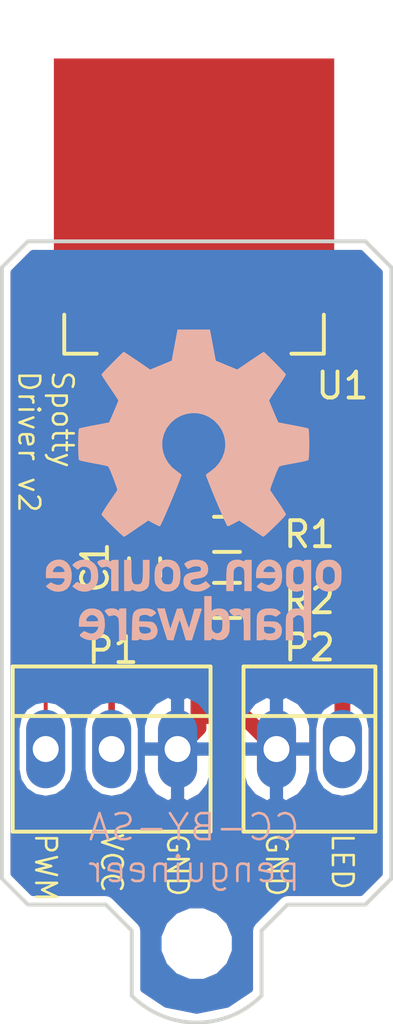
<source format=kicad_pcb>
(kicad_pcb (version 4) (host pcbnew 4.0.5+dfsg1-4~bpo8+1)

  (general
    (links 12)
    (no_connects 0)
    (area 144.924999 76.924999 160.075001 107.110535)
    (thickness 1.6)
    (drawings 21)
    (tracks 25)
    (zones 0)
    (modules 8)
    (nets 6)
  )

  (page A4)
  (layers
    (0 F.Cu signal)
    (31 B.Cu signal)
    (32 B.Adhes user)
    (33 F.Adhes user)
    (34 B.Paste user)
    (35 F.Paste user)
    (36 B.SilkS user)
    (37 F.SilkS user)
    (38 B.Mask user)
    (39 F.Mask user)
    (40 Dwgs.User user)
    (41 Cmts.User user)
    (42 Eco1.User user)
    (43 Eco2.User user)
    (44 Edge.Cuts user)
    (45 Margin user)
    (46 B.CrtYd user)
    (47 F.CrtYd user)
    (48 B.Fab user)
    (49 F.Fab user)
  )

  (setup
    (last_trace_width 0.1524)
    (trace_clearance 0.1524)
    (zone_clearance 0.254)
    (zone_45_only yes)
    (trace_min 0.1524)
    (segment_width 0.2)
    (edge_width 0.15)
    (via_size 0.6858)
    (via_drill 0.3302)
    (via_min_size 0.6858)
    (via_min_drill 0.3302)
    (uvia_size 0.762)
    (uvia_drill 0.508)
    (uvias_allowed no)
    (uvia_min_size 0)
    (uvia_min_drill 0)
    (pcb_text_width 0.3)
    (pcb_text_size 1.5 1.5)
    (mod_edge_width 0.15)
    (mod_text_size 1 1)
    (mod_text_width 0.15)
    (pad_size 1.524 1.524)
    (pad_drill 0.762)
    (pad_to_mask_clearance 0.2)
    (aux_axis_origin 0 0)
    (visible_elements FFFFFF7F)
    (pcbplotparams
      (layerselection 0x00030_80000001)
      (usegerberextensions false)
      (excludeedgelayer true)
      (linewidth 0.100000)
      (plotframeref false)
      (viasonmask false)
      (mode 1)
      (useauxorigin false)
      (hpglpennumber 1)
      (hpglpenspeed 20)
      (hpglpendiameter 15)
      (hpglpenoverlay 2)
      (psnegative false)
      (psa4output false)
      (plotreference true)
      (plotvalue true)
      (plotinvisibletext false)
      (padsonsilk false)
      (subtractmaskfromsilk false)
      (outputformat 1)
      (mirror false)
      (drillshape 1)
      (scaleselection 1)
      (outputdirectory ""))
  )

  (net 0 "")
  (net 1 VCC)
  (net 2 GND)
  (net 3 PWM)
  (net 4 LED)
  (net 5 "Net-(R1-Pad1)")

  (net_class Default "This is the default net class."
    (clearance 0.1524)
    (trace_width 0.1524)
    (via_dia 0.6858)
    (via_drill 0.3302)
    (uvia_dia 0.762)
    (uvia_drill 0.508)
    (add_net "Net-(R1-Pad1)")
    (add_net PWM)
  )

  (net_class LED_PWR ""
    (clearance 0.2032)
    (trace_width 0.6096)
    (via_dia 0.6858)
    (via_drill 0.3302)
    (uvia_dia 0.762)
    (uvia_drill 0.508)
    (add_net GND)
    (add_net LED)
  )

  (net_class VCC ""
    (clearance 0.2032)
    (trace_width 0.254)
    (via_dia 0.6858)
    (via_drill 0.3302)
    (uvia_dia 0.762)
    (uvia_drill 0.508)
    (add_net VCC)
  )

  (module Capacitors_SMD:C_0603_HandSoldering (layer F.Cu) (tedit 59340668) (tstamp 5935409F)
    (at 150.495 89.535 270)
    (descr "Capacitor SMD 0603, hand soldering")
    (tags "capacitor 0603")
    (path /5933F13E)
    (attr smd)
    (fp_text reference C1 (at 0 1.905 270) (layer F.SilkS)
      (effects (font (size 1 1) (thickness 0.15)))
    )
    (fp_text value 100n (at 0 1.9 270) (layer F.Fab)
      (effects (font (size 1 1) (thickness 0.15)))
    )
    (fp_line (start -0.8 0.4) (end -0.8 -0.4) (layer F.Fab) (width 0.15))
    (fp_line (start 0.8 0.4) (end -0.8 0.4) (layer F.Fab) (width 0.15))
    (fp_line (start 0.8 -0.4) (end 0.8 0.4) (layer F.Fab) (width 0.15))
    (fp_line (start -0.8 -0.4) (end 0.8 -0.4) (layer F.Fab) (width 0.15))
    (fp_line (start -1.85 -0.75) (end 1.85 -0.75) (layer F.CrtYd) (width 0.05))
    (fp_line (start -1.85 0.75) (end 1.85 0.75) (layer F.CrtYd) (width 0.05))
    (fp_line (start -1.85 -0.75) (end -1.85 0.75) (layer F.CrtYd) (width 0.05))
    (fp_line (start 1.85 -0.75) (end 1.85 0.75) (layer F.CrtYd) (width 0.05))
    (fp_line (start -0.35 -0.6) (end 0.35 -0.6) (layer F.SilkS) (width 0.15))
    (fp_line (start 0.35 0.6) (end -0.35 0.6) (layer F.SilkS) (width 0.15))
    (pad 1 smd rect (at -0.95 0 270) (size 1.2 0.75) (layers F.Cu F.Paste F.Mask)
      (net 1 VCC))
    (pad 2 smd rect (at 0.95 0 270) (size 1.2 0.75) (layers F.Cu F.Paste F.Mask)
      (net 2 GND))
    (model Capacitors_SMD.3dshapes/C_0603_HandSoldering.wrl
      (at (xyz 0 0 0))
      (scale (xyz 1 1 1))
      (rotate (xyz 0 0 0))
    )
  )

  (module Connect:PINHEAD1-3 (layer F.Cu) (tedit 59340C41) (tstamp 593540AB)
    (at 149.225 96.52)
    (path /593413B8)
    (attr virtual)
    (fp_text reference P1 (at 0.05 -3.8) (layer F.SilkS)
      (effects (font (size 1 1) (thickness 0.15)))
    )
    (fp_text value CONN_01X03 (at 0 3.81) (layer F.Fab) hide
      (effects (font (size 1 1) (thickness 0.15)))
    )
    (fp_line (start -3.81 -3.175) (end -3.81 3.175) (layer F.SilkS) (width 0.15))
    (fp_line (start 3.81 -3.175) (end 3.81 3.175) (layer F.SilkS) (width 0.15))
    (fp_line (start 3.81 -1.27) (end -3.81 -1.27) (layer F.SilkS) (width 0.15))
    (fp_line (start -3.81 -3.175) (end 3.81 -3.175) (layer F.SilkS) (width 0.15))
    (fp_line (start 3.81 3.175) (end -3.81 3.175) (layer F.SilkS) (width 0.15))
    (pad 1 thru_hole oval (at -2.54 0) (size 1.50622 3.01498) (drill 0.99822) (layers *.Cu *.Mask)
      (net 3 PWM))
    (pad 2 thru_hole oval (at 0 0) (size 1.50622 3.01498) (drill 0.99822) (layers *.Cu *.Mask)
      (net 1 VCC))
    (pad 3 thru_hole oval (at 2.54 0) (size 1.50622 3.01498) (drill 0.99822) (layers *.Cu *.Mask)
      (net 2 GND))
  )

  (module Resistors_SMD:R_0603_HandSoldering (layer F.Cu) (tedit 593404AE) (tstamp 59354116)
    (at 153.67 88.265 180)
    (descr "Resistor SMD 0603, hand soldering")
    (tags "resistor 0603")
    (path /5933F029)
    (attr smd)
    (fp_text reference R1 (at -3.175 0 180) (layer F.SilkS)
      (effects (font (size 1 1) (thickness 0.15)))
    )
    (fp_text value 1K (at 0 1.9 180) (layer F.Fab)
      (effects (font (size 1 1) (thickness 0.15)))
    )
    (fp_line (start -0.8 0.4) (end -0.8 -0.4) (layer F.Fab) (width 0.1))
    (fp_line (start 0.8 0.4) (end -0.8 0.4) (layer F.Fab) (width 0.1))
    (fp_line (start 0.8 -0.4) (end 0.8 0.4) (layer F.Fab) (width 0.1))
    (fp_line (start -0.8 -0.4) (end 0.8 -0.4) (layer F.Fab) (width 0.1))
    (fp_line (start -2 -0.8) (end 2 -0.8) (layer F.CrtYd) (width 0.05))
    (fp_line (start -2 0.8) (end 2 0.8) (layer F.CrtYd) (width 0.05))
    (fp_line (start -2 -0.8) (end -2 0.8) (layer F.CrtYd) (width 0.05))
    (fp_line (start 2 -0.8) (end 2 0.8) (layer F.CrtYd) (width 0.05))
    (fp_line (start 0.5 0.675) (end -0.5 0.675) (layer F.SilkS) (width 0.15))
    (fp_line (start -0.5 -0.675) (end 0.5 -0.675) (layer F.SilkS) (width 0.15))
    (pad 1 smd rect (at -1.1 0 180) (size 1.2 0.9) (layers F.Cu F.Paste F.Mask)
      (net 5 "Net-(R1-Pad1)"))
    (pad 2 smd rect (at 1.1 0 180) (size 1.2 0.9) (layers F.Cu F.Paste F.Mask)
      (net 2 GND))
    (model Resistors_SMD.3dshapes/R_0603_HandSoldering.wrl
      (at (xyz 0 0 0))
      (scale (xyz 1 1 1))
      (rotate (xyz 0 0 0))
    )
  )

  (module Resistors_SMD:R_0603_HandSoldering (layer F.Cu) (tedit 593404B1) (tstamp 59354126)
    (at 153.67 90.805 180)
    (descr "Resistor SMD 0603, hand soldering")
    (tags "resistor 0603")
    (path /5933EFE4)
    (attr smd)
    (fp_text reference R2 (at -3.175 0 180) (layer F.SilkS)
      (effects (font (size 1 1) (thickness 0.15)))
    )
    (fp_text value 1.2K (at 0 1.9 180) (layer F.Fab)
      (effects (font (size 1 1) (thickness 0.15)))
    )
    (fp_line (start -0.8 0.4) (end -0.8 -0.4) (layer F.Fab) (width 0.1))
    (fp_line (start 0.8 0.4) (end -0.8 0.4) (layer F.Fab) (width 0.1))
    (fp_line (start 0.8 -0.4) (end 0.8 0.4) (layer F.Fab) (width 0.1))
    (fp_line (start -0.8 -0.4) (end 0.8 -0.4) (layer F.Fab) (width 0.1))
    (fp_line (start -2 -0.8) (end 2 -0.8) (layer F.CrtYd) (width 0.05))
    (fp_line (start -2 0.8) (end 2 0.8) (layer F.CrtYd) (width 0.05))
    (fp_line (start -2 -0.8) (end -2 0.8) (layer F.CrtYd) (width 0.05))
    (fp_line (start 2 -0.8) (end 2 0.8) (layer F.CrtYd) (width 0.05))
    (fp_line (start 0.5 0.675) (end -0.5 0.675) (layer F.SilkS) (width 0.15))
    (fp_line (start -0.5 -0.675) (end 0.5 -0.675) (layer F.SilkS) (width 0.15))
    (pad 1 smd rect (at -1.1 0 180) (size 1.2 0.9) (layers F.Cu F.Paste F.Mask)
      (net 5 "Net-(R1-Pad1)"))
    (pad 2 smd rect (at 1.1 0 180) (size 1.2 0.9) (layers F.Cu F.Paste F.Mask)
      (net 2 GND))
    (model Resistors_SMD.3dshapes/R_0603_HandSoldering.wrl
      (at (xyz 0 0 0))
      (scale (xyz 1 1 1))
      (rotate (xyz 0 0 0))
    )
  )

  (module TO_SOT_Packages_SMD:TO-263-5Lead (layer F.Cu) (tedit 593414A5) (tstamp 59354138)
    (at 152.4 83.82 90)
    (descr "D2PAK / TO-263 3-lead smd package")
    (tags "D2PAK D2PAK-3 TO-263AB TO-263")
    (path /5933EEA8)
    (attr smd)
    (fp_text reference U1 (at 1.27 5.715 180) (layer F.SilkS)
      (effects (font (size 1 1) (thickness 0.15)))
    )
    (fp_text value CAT4101 (at 15.25 -0.25 180) (layer F.Fab)
      (effects (font (size 1 1) (thickness 0.15)))
    )
    (fp_line (start 14.1 5.65) (end -2.55 5.65) (layer F.CrtYd) (width 0.05))
    (fp_line (start 14.1 -5.65) (end 14.1 5.65) (layer F.CrtYd) (width 0.05))
    (fp_line (start 14.1 -5.65) (end -2.55 -5.65) (layer F.CrtYd) (width 0.05))
    (fp_line (start -2.55 -5.65) (end -2.55 5.65) (layer F.CrtYd) (width 0.05))
    (fp_line (start 2.5 5) (end 2.5 3.75) (layer F.SilkS) (width 0.15))
    (fp_line (start 2.5 5) (end 4 5) (layer F.SilkS) (width 0.15))
    (fp_line (start 2.5 -5) (end 4 -5) (layer F.SilkS) (width 0.15))
    (fp_line (start 2.5 -5) (end 2.5 -3.75) (layer F.SilkS) (width 0.15))
    (pad 5 smd rect (at 0 3.4 90) (size 4.6 1.1) (layers F.Cu F.Paste F.Mask)
      (net 4 LED))
    (pad 4 smd rect (at 0 1.7 90) (size 4.6 1.1) (layers F.Cu F.Paste F.Mask)
      (net 5 "Net-(R1-Pad1)"))
    (pad 2 smd rect (at 0 -1.7 90) (size 4.6 1.1) (layers F.Cu F.Paste F.Mask)
      (net 1 VCC))
    (pad 3 smd rect (at 9.15 0 90) (size 9.4 10.8) (layers F.Cu F.Paste F.Mask)
      (net 2 GND))
    (pad 3 smd rect (at 0 0 90) (size 4.6 1.1) (layers F.Cu F.Paste F.Mask)
      (net 2 GND))
    (pad 1 smd rect (at 0 -3.4 90) (size 4.6 1.1) (layers F.Cu F.Paste F.Mask)
      (net 3 PWM))
    (model TO_SOT_Packages_SMD.3dshapes/TO-263-5Lead.wrl
      (at (xyz 0 0 0))
      (scale (xyz 1 1 1))
      (rotate (xyz 0 0 90))
    )
  )

  (module Connect:PINHEAD1-2 (layer F.Cu) (tedit 59340C44) (tstamp 59355960)
    (at 156.845 96.52)
    (path /593405E6)
    (attr virtual)
    (fp_text reference P2 (at 0 -3.9) (layer F.SilkS)
      (effects (font (size 1 1) (thickness 0.15)))
    )
    (fp_text value CONN_01X02 (at 0 3.81) (layer F.Fab) hide
      (effects (font (size 1 1) (thickness 0.15)))
    )
    (fp_line (start 2.54 -1.27) (end -2.54 -1.27) (layer F.SilkS) (width 0.15))
    (fp_line (start 2.54 3.175) (end -2.54 3.175) (layer F.SilkS) (width 0.15))
    (fp_line (start -2.54 -3.175) (end 2.54 -3.175) (layer F.SilkS) (width 0.15))
    (fp_line (start -2.54 -3.175) (end -2.54 3.175) (layer F.SilkS) (width 0.15))
    (fp_line (start 2.54 -3.175) (end 2.54 3.175) (layer F.SilkS) (width 0.15))
    (pad 1 thru_hole oval (at -1.27 0) (size 1.50622 3.01498) (drill 0.99822) (layers *.Cu *.Mask)
      (net 2 GND))
    (pad 2 thru_hole oval (at 1.27 0) (size 1.50622 3.01498) (drill 0.99822) (layers *.Cu *.Mask)
      (net 4 LED))
  )

  (module Mounting_Holes:MountingHole_2.2mm_M2 (layer F.Cu) (tedit 59340C48) (tstamp 5935738E)
    (at 152.5 104)
    (descr "Mounting Hole 2.2mm, no annular, M2")
    (tags "mounting hole 2.2mm no annular m2")
    (fp_text reference REF** (at 0 -3.2) (layer F.SilkS) hide
      (effects (font (size 1 1) (thickness 0.15)))
    )
    (fp_text value MountingHole_2.2mm_M2 (at 0 3.2) (layer F.Fab) hide
      (effects (font (size 1 1) (thickness 0.15)))
    )
    (fp_circle (center 0 0) (end 2.2 0) (layer Cmts.User) (width 0.15))
    (fp_circle (center 0 0) (end 2.45 0) (layer F.CrtYd) (width 0.05))
    (pad 1 np_thru_hole circle (at 0 0) (size 2.2 2.2) (drill 2.2) (layers *.Cu *.Mask))
  )

  (module Symbols:OSHW-Logo_11.4x12mm_SilkScreen (layer B.Cu) (tedit 0) (tstamp 5935891E)
    (at 152.4 86.36 180)
    (descr "Open Source Hardware Logo")
    (tags "Logo OSHW")
    (attr virtual)
    (fp_text reference REF*** (at 0 0 180) (layer B.SilkS) hide
      (effects (font (size 1 1) (thickness 0.15)) (justify mirror))
    )
    (fp_text value OSHW-Logo_11.4x12mm_SilkScreen (at 0.75 0 180) (layer B.Fab) hide
      (effects (font (size 1 1) (thickness 0.15)) (justify mirror))
    )
    (fp_poly (pts (xy -3.780091 -2.90956) (xy -3.727588 -2.935499) (xy -3.662842 -2.9807) (xy -3.615653 -3.029991)
      (xy -3.583335 -3.091885) (xy -3.563203 -3.174896) (xy -3.55257 -3.287538) (xy -3.548753 -3.438324)
      (xy -3.54853 -3.503149) (xy -3.549182 -3.645221) (xy -3.551888 -3.746757) (xy -3.557776 -3.817015)
      (xy -3.567973 -3.865256) (xy -3.583606 -3.900738) (xy -3.599872 -3.924943) (xy -3.703705 -4.027929)
      (xy -3.825979 -4.089874) (xy -3.957886 -4.108506) (xy -4.090616 -4.081549) (xy -4.132667 -4.062486)
      (xy -4.233334 -4.010015) (xy -4.233334 -4.832259) (xy -4.159865 -4.794267) (xy -4.063059 -4.764872)
      (xy -3.944072 -4.757342) (xy -3.825255 -4.771245) (xy -3.735527 -4.802476) (xy -3.661101 -4.861954)
      (xy -3.59751 -4.947066) (xy -3.592729 -4.955805) (xy -3.572563 -4.996966) (xy -3.557835 -5.038454)
      (xy -3.547697 -5.088713) (xy -3.541301 -5.156184) (xy -3.537799 -5.249309) (xy -3.536342 -5.376531)
      (xy -3.536079 -5.519701) (xy -3.536079 -5.976471) (xy -3.81 -5.976471) (xy -3.81 -5.134231)
      (xy -3.886617 -5.069763) (xy -3.966207 -5.018194) (xy -4.041578 -5.008818) (xy -4.117367 -5.032947)
      (xy -4.157759 -5.056574) (xy -4.187821 -5.090227) (xy -4.209203 -5.141087) (xy -4.22355 -5.216334)
      (xy -4.23251 -5.323146) (xy -4.23773 -5.468704) (xy -4.239569 -5.565588) (xy -4.245785 -5.96402)
      (xy -4.37652 -5.971547) (xy -4.507255 -5.979073) (xy -4.507255 -3.506582) (xy -4.233334 -3.506582)
      (xy -4.22635 -3.644423) (xy -4.202818 -3.740107) (xy -4.158865 -3.799641) (xy -4.090618 -3.829029)
      (xy -4.021667 -3.834902) (xy -3.943614 -3.828154) (xy -3.891811 -3.801594) (xy -3.859417 -3.766499)
      (xy -3.833916 -3.728752) (xy -3.818735 -3.6867) (xy -3.811981 -3.627779) (xy -3.811759 -3.539428)
      (xy -3.814032 -3.465448) (xy -3.819251 -3.354) (xy -3.827021 -3.280833) (xy -3.840105 -3.234422)
      (xy -3.861268 -3.203244) (xy -3.88124 -3.185223) (xy -3.964686 -3.145925) (xy -4.063449 -3.139579)
      (xy -4.120159 -3.153116) (xy -4.176308 -3.201233) (xy -4.213501 -3.294833) (xy -4.231528 -3.433254)
      (xy -4.233334 -3.506582) (xy -4.507255 -3.506582) (xy -4.507255 -2.888628) (xy -4.370295 -2.888628)
      (xy -4.288065 -2.891879) (xy -4.24564 -2.903426) (xy -4.233339 -2.925952) (xy -4.233334 -2.92662)
      (xy -4.227626 -2.948681) (xy -4.202453 -2.946176) (xy -4.152402 -2.921935) (xy -4.035781 -2.884851)
      (xy -3.904571 -2.880953) (xy -3.780091 -2.90956)) (layer B.SilkS) (width 0.01))
    (fp_poly (pts (xy -2.74128 -4.765922) (xy -2.62413 -4.79718) (xy -2.534949 -4.853837) (xy -2.472016 -4.928045)
      (xy -2.452452 -4.959716) (xy -2.438008 -4.992891) (xy -2.427911 -5.035329) (xy -2.421385 -5.094788)
      (xy -2.417658 -5.179029) (xy -2.415954 -5.29581) (xy -2.4155 -5.45289) (xy -2.415491 -5.494565)
      (xy -2.415491 -5.976471) (xy -2.53502 -5.976471) (xy -2.611261 -5.971131) (xy -2.667634 -5.957604)
      (xy -2.681758 -5.949262) (xy -2.72037 -5.934864) (xy -2.759808 -5.949262) (xy -2.824738 -5.967237)
      (xy -2.919055 -5.974472) (xy -3.023593 -5.971333) (xy -3.119189 -5.958186) (xy -3.175 -5.941318)
      (xy -3.283002 -5.871986) (xy -3.350497 -5.775772) (xy -3.380841 -5.647844) (xy -3.381123 -5.644559)
      (xy -3.37846 -5.587808) (xy -3.137647 -5.587808) (xy -3.116595 -5.652358) (xy -3.082303 -5.688686)
      (xy -3.013468 -5.716162) (xy -2.92261 -5.727129) (xy -2.829958 -5.721731) (xy -2.755744 -5.70011)
      (xy -2.734951 -5.686239) (xy -2.698619 -5.622143) (xy -2.689412 -5.549278) (xy -2.689412 -5.45353)
      (xy -2.827173 -5.45353) (xy -2.958047 -5.463605) (xy -3.057259 -5.492148) (xy -3.118977 -5.536639)
      (xy -3.137647 -5.587808) (xy -3.37846 -5.587808) (xy -3.374564 -5.50479) (xy -3.328466 -5.394282)
      (xy -3.2418 -5.310712) (xy -3.229821 -5.30311) (xy -3.178345 -5.278357) (xy -3.114632 -5.263368)
      (xy -3.025565 -5.256082) (xy -2.919755 -5.254407) (xy -2.689412 -5.254314) (xy -2.689412 -5.157755)
      (xy -2.699183 -5.082836) (xy -2.724116 -5.032644) (xy -2.727035 -5.029972) (xy -2.782519 -5.008015)
      (xy -2.866273 -4.999505) (xy -2.958833 -5.003687) (xy -3.04073 -5.019809) (xy -3.089327 -5.04399)
      (xy -3.115659 -5.063359) (xy -3.143465 -5.067057) (xy -3.181839 -5.051188) (xy -3.239875 -5.011855)
      (xy -3.326669 -4.945164) (xy -3.334635 -4.938916) (xy -3.330553 -4.9158) (xy -3.296499 -4.877352)
      (xy -3.24474 -4.834627) (xy -3.187545 -4.798679) (xy -3.169575 -4.790191) (xy -3.104028 -4.773252)
      (xy -3.00798 -4.76117) (xy -2.900671 -4.756323) (xy -2.895653 -4.756313) (xy -2.74128 -4.765922)) (layer B.SilkS) (width 0.01))
    (fp_poly (pts (xy -1.967236 -4.758921) (xy -1.92997 -4.770091) (xy -1.917957 -4.794633) (xy -1.917451 -4.805712)
      (xy -1.915296 -4.836572) (xy -1.900449 -4.841417) (xy -1.860343 -4.82026) (xy -1.83652 -4.805806)
      (xy -1.761362 -4.77485) (xy -1.671594 -4.759544) (xy -1.577471 -4.758367) (xy -1.489246 -4.769799)
      (xy -1.417174 -4.79232) (xy -1.371508 -4.824409) (xy -1.362502 -4.864545) (xy -1.367047 -4.875415)
      (xy -1.400179 -4.920534) (xy -1.451555 -4.976026) (xy -1.460848 -4.984996) (xy -1.509818 -5.026245)
      (xy -1.552069 -5.039572) (xy -1.611159 -5.030271) (xy -1.634831 -5.02409) (xy -1.708496 -5.009246)
      (xy -1.76029 -5.015921) (xy -1.804031 -5.039465) (xy -1.844098 -5.071061) (xy -1.873608 -5.110798)
      (xy -1.894116 -5.166252) (xy -1.907176 -5.245003) (xy -1.914344 -5.354629) (xy -1.917176 -5.502706)
      (xy -1.917451 -5.592111) (xy -1.917451 -5.976471) (xy -2.166471 -5.976471) (xy -2.166471 -4.756275)
      (xy -2.041961 -4.756275) (xy -1.967236 -4.758921)) (layer B.SilkS) (width 0.01))
    (fp_poly (pts (xy -0.398432 -5.976471) (xy -0.535393 -5.976471) (xy -0.614889 -5.97414) (xy -0.656292 -5.964488)
      (xy -0.671199 -5.943525) (xy -0.672353 -5.929351) (xy -0.674867 -5.900927) (xy -0.69072 -5.895475)
      (xy -0.732379 -5.912998) (xy -0.764776 -5.929351) (xy -0.889151 -5.968103) (xy -1.024354 -5.970346)
      (xy -1.134274 -5.941444) (xy -1.236634 -5.871619) (xy -1.31466 -5.768555) (xy -1.357386 -5.646989)
      (xy -1.358474 -5.640192) (xy -1.364822 -5.566032) (xy -1.367979 -5.45957) (xy -1.367725 -5.379052)
      (xy -1.095711 -5.379052) (xy -1.08941 -5.48607) (xy -1.075075 -5.574278) (xy -1.055669 -5.62409)
      (xy -0.982254 -5.692162) (xy -0.895086 -5.716564) (xy -0.805196 -5.696831) (xy -0.728383 -5.637968)
      (xy -0.699292 -5.598379) (xy -0.682283 -5.551138) (xy -0.674316 -5.482181) (xy -0.672353 -5.378607)
      (xy -0.675866 -5.276039) (xy -0.685143 -5.185921) (xy -0.698294 -5.125613) (xy -0.700486 -5.120208)
      (xy -0.753522 -5.05594) (xy -0.830933 -5.020656) (xy -0.917546 -5.014959) (xy -0.998193 -5.039453)
      (xy -1.057703 -5.094742) (xy -1.063876 -5.105743) (xy -1.083199 -5.172827) (xy -1.093726 -5.269284)
      (xy -1.095711 -5.379052) (xy -1.367725 -5.379052) (xy -1.367596 -5.338225) (xy -1.365806 -5.272918)
      (xy -1.353627 -5.111355) (xy -1.328315 -4.990053) (xy -1.286207 -4.900379) (xy -1.223641 -4.833699)
      (xy -1.1629 -4.794557) (xy -1.078036 -4.76704) (xy -0.972485 -4.757603) (xy -0.864402 -4.76529)
      (xy -0.771942 -4.789146) (xy -0.72309 -4.817685) (xy -0.672353 -4.863601) (xy -0.672353 -4.283137)
      (xy -0.398432 -4.283137) (xy -0.398432 -5.976471)) (layer B.SilkS) (width 0.01))
    (fp_poly (pts (xy 0.557528 -4.761332) (xy 0.656014 -4.768726) (xy 0.784776 -5.154706) (xy 0.913537 -5.540686)
      (xy 0.953911 -5.403726) (xy 0.978207 -5.319083) (xy 1.010167 -5.204697) (xy 1.044679 -5.078963)
      (xy 1.062928 -5.01152) (xy 1.131571 -4.756275) (xy 1.414773 -4.756275) (xy 1.330122 -5.023971)
      (xy 1.288435 -5.155638) (xy 1.238074 -5.314458) (xy 1.185481 -5.480128) (xy 1.13853 -5.627843)
      (xy 1.031589 -5.96402) (xy 0.800661 -5.979044) (xy 0.73805 -5.772316) (xy 0.699438 -5.643896)
      (xy 0.6573 -5.502322) (xy 0.620472 -5.377285) (xy 0.619018 -5.372309) (xy 0.591511 -5.287586)
      (xy 0.567242 -5.229778) (xy 0.550243 -5.207918) (xy 0.54675 -5.210446) (xy 0.53449 -5.244336)
      (xy 0.511195 -5.31693) (xy 0.4797 -5.419101) (xy 0.442842 -5.54172) (xy 0.422899 -5.609167)
      (xy 0.314895 -5.976471) (xy 0.085679 -5.976471) (xy -0.097561 -5.3975) (xy -0.149037 -5.235091)
      (xy -0.19593 -5.087602) (xy -0.236023 -4.96196) (xy -0.267103 -4.865095) (xy -0.286955 -4.803934)
      (xy -0.292989 -4.786065) (xy -0.288212 -4.767768) (xy -0.250703 -4.759755) (xy -0.172645 -4.760557)
      (xy -0.160426 -4.761163) (xy -0.015674 -4.768726) (xy 0.07913 -5.117353) (xy 0.113977 -5.244497)
      (xy 0.145117 -5.356265) (xy 0.169809 -5.442953) (xy 0.185312 -5.494856) (xy 0.188176 -5.503318)
      (xy 0.200046 -5.493587) (xy 0.223983 -5.443172) (xy 0.257239 -5.358935) (xy 0.297064 -5.247741)
      (xy 0.33073 -5.147297) (xy 0.459041 -4.753939) (xy 0.557528 -4.761332)) (layer B.SilkS) (width 0.01))
    (fp_poly (pts (xy 2.056459 -4.763669) (xy 2.16142 -4.789163) (xy 2.191761 -4.802669) (xy 2.250573 -4.838046)
      (xy 2.295709 -4.87789) (xy 2.329106 -4.92912) (xy 2.352701 -4.998654) (xy 2.368433 -5.093409)
      (xy 2.378239 -5.220305) (xy 2.384057 -5.386258) (xy 2.386266 -5.497108) (xy 2.394396 -5.976471)
      (xy 2.255531 -5.976471) (xy 2.171287 -5.972938) (xy 2.127884 -5.960866) (xy 2.116666 -5.940594)
      (xy 2.110744 -5.918674) (xy 2.084266 -5.922865) (xy 2.048186 -5.940441) (xy 1.957862 -5.967382)
      (xy 1.841777 -5.974642) (xy 1.71968 -5.962767) (xy 1.611321 -5.932305) (xy 1.601602 -5.928077)
      (xy 1.502568 -5.858505) (xy 1.437281 -5.761789) (xy 1.40724 -5.648738) (xy 1.409535 -5.608122)
      (xy 1.654633 -5.608122) (xy 1.676229 -5.662782) (xy 1.740259 -5.701952) (xy 1.843565 -5.722974)
      (xy 1.898774 -5.725766) (xy 1.990782 -5.71862) (xy 2.051941 -5.690848) (xy 2.066862 -5.677647)
      (xy 2.107287 -5.605829) (xy 2.116666 -5.540686) (xy 2.116666 -5.45353) (xy 1.995269 -5.45353)
      (xy 1.854153 -5.460722) (xy 1.755173 -5.483345) (xy 1.692633 -5.522964) (xy 1.678631 -5.540628)
      (xy 1.654633 -5.608122) (xy 1.409535 -5.608122) (xy 1.413941 -5.530157) (xy 1.45888 -5.416855)
      (xy 1.520196 -5.340285) (xy 1.557332 -5.307181) (xy 1.593687 -5.285425) (xy 1.64099 -5.272161)
      (xy 1.710973 -5.264528) (xy 1.815364 -5.25967) (xy 1.85677 -5.258273) (xy 2.116666 -5.24978)
      (xy 2.116285 -5.171116) (xy 2.106219 -5.088428) (xy 2.069829 -5.038431) (xy 1.996311 -5.006489)
      (xy 1.994339 -5.00592) (xy 1.890105 -4.993361) (xy 1.788108 -5.009766) (xy 1.712305 -5.049657)
      (xy 1.68189 -5.069354) (xy 1.649132 -5.066629) (xy 1.598721 -5.038091) (xy 1.569119 -5.01795)
      (xy 1.511218 -4.974919) (xy 1.475352 -4.942662) (xy 1.469597 -4.933427) (xy 1.493295 -4.885636)
      (xy 1.563313 -4.828562) (xy 1.593725 -4.809305) (xy 1.681155 -4.77614) (xy 1.798983 -4.75735)
      (xy 1.929866 -4.753129) (xy 2.056459 -4.763669)) (layer B.SilkS) (width 0.01))
    (fp_poly (pts (xy 3.238446 -4.755883) (xy 3.334177 -4.774755) (xy 3.388677 -4.802699) (xy 3.446008 -4.849123)
      (xy 3.364441 -4.952111) (xy 3.31415 -5.014479) (xy 3.280001 -5.044907) (xy 3.246063 -5.049555)
      (xy 3.196406 -5.034586) (xy 3.173096 -5.026117) (xy 3.078063 -5.013622) (xy 2.991032 -5.040406)
      (xy 2.927138 -5.100915) (xy 2.916759 -5.120208) (xy 2.905456 -5.171314) (xy 2.896732 -5.2655)
      (xy 2.890997 -5.396089) (xy 2.88866 -5.556405) (xy 2.888627 -5.579211) (xy 2.888627 -5.976471)
      (xy 2.614705 -5.976471) (xy 2.614705 -4.756275) (xy 2.751666 -4.756275) (xy 2.830638 -4.758337)
      (xy 2.871779 -4.767513) (xy 2.886992 -4.78829) (xy 2.888627 -4.807886) (xy 2.888627 -4.859497)
      (xy 2.95424 -4.807886) (xy 3.029475 -4.772675) (xy 3.130544 -4.755265) (xy 3.238446 -4.755883)) (layer B.SilkS) (width 0.01))
    (fp_poly (pts (xy 4.025307 -4.762784) (xy 4.144337 -4.793731) (xy 4.244021 -4.8576) (xy 4.292288 -4.905313)
      (xy 4.371408 -5.018106) (xy 4.416752 -5.14895) (xy 4.43233 -5.309792) (xy 4.43241 -5.322794)
      (xy 4.432549 -5.45353) (xy 3.680091 -5.45353) (xy 3.69613 -5.52201) (xy 3.725091 -5.584031)
      (xy 3.775778 -5.648654) (xy 3.786379 -5.658971) (xy 3.877494 -5.714805) (xy 3.9814 -5.724275)
      (xy 4.101 -5.68754) (xy 4.121274 -5.677647) (xy 4.183456 -5.647574) (xy 4.225106 -5.63044)
      (xy 4.232373 -5.628855) (xy 4.25774 -5.644242) (xy 4.30612 -5.681887) (xy 4.330679 -5.702459)
      (xy 4.38157 -5.749714) (xy 4.398281 -5.780917) (xy 4.386683 -5.80962) (xy 4.380483 -5.817468)
      (xy 4.338493 -5.851819) (xy 4.269206 -5.893565) (xy 4.220882 -5.917935) (xy 4.083711 -5.960873)
      (xy 3.931847 -5.974786) (xy 3.788024 -5.9583) (xy 3.747745 -5.946496) (xy 3.623078 -5.879689)
      (xy 3.530671 -5.776892) (xy 3.46999 -5.637105) (xy 3.440498 -5.45933) (xy 3.43726 -5.366373)
      (xy 3.446714 -5.231033) (xy 3.68549 -5.231033) (xy 3.708584 -5.241038) (xy 3.770662 -5.248888)
      (xy 3.860914 -5.253521) (xy 3.922058 -5.254314) (xy 4.03204 -5.253549) (xy 4.101457 -5.24997)
      (xy 4.139538 -5.241649) (xy 4.155515 -5.226657) (xy 4.158627 -5.204903) (xy 4.137278 -5.137892)
      (xy 4.083529 -5.071664) (xy 4.012822 -5.020832) (xy 3.942089 -5.000038) (xy 3.846016 -5.018484)
      (xy 3.762849 -5.071811) (xy 3.705186 -5.148677) (xy 3.68549 -5.231033) (xy 3.446714 -5.231033)
      (xy 3.451028 -5.169291) (xy 3.49352 -5.012271) (xy 3.565635 -4.894069) (xy 3.668273 -4.81344)
      (xy 3.802332 -4.769139) (xy 3.874957 -4.760607) (xy 4.025307 -4.762784)) (layer B.SilkS) (width 0.01))
    (fp_poly (pts (xy -5.026753 -2.901568) (xy -4.896478 -2.959163) (xy -4.797581 -3.055334) (xy -4.729918 -3.190229)
      (xy -4.693345 -3.363996) (xy -4.690724 -3.391126) (xy -4.68867 -3.582408) (xy -4.715301 -3.750073)
      (xy -4.768999 -3.885967) (xy -4.797753 -3.929681) (xy -4.897909 -4.022198) (xy -5.025463 -4.082119)
      (xy -5.168163 -4.106985) (xy -5.31376 -4.094339) (xy -5.424438 -4.055391) (xy -5.519616 -3.989755)
      (xy -5.597406 -3.903699) (xy -5.598751 -3.901685) (xy -5.630343 -3.84857) (xy -5.650873 -3.79516)
      (xy -5.663305 -3.727754) (xy -5.670603 -3.632653) (xy -5.673818 -3.554666) (xy -5.675156 -3.483944)
      (xy -5.426186 -3.483944) (xy -5.423753 -3.554348) (xy -5.41492 -3.648068) (xy -5.399336 -3.708214)
      (xy -5.371234 -3.751006) (xy -5.344914 -3.776002) (xy -5.251608 -3.828338) (xy -5.15398 -3.835333)
      (xy -5.063058 -3.797676) (xy -5.017598 -3.755479) (xy -4.984838 -3.712956) (xy -4.965677 -3.672267)
      (xy -4.957267 -3.619314) (xy -4.956763 -3.539997) (xy -4.959355 -3.46695) (xy -4.964929 -3.362601)
      (xy -4.973766 -3.29492) (xy -4.989693 -3.250774) (xy -5.016538 -3.217031) (xy -5.037811 -3.197746)
      (xy -5.126794 -3.147086) (xy -5.222789 -3.14456) (xy -5.303281 -3.174567) (xy -5.371947 -3.237231)
      (xy -5.412856 -3.340168) (xy -5.426186 -3.483944) (xy -5.675156 -3.483944) (xy -5.676754 -3.399582)
      (xy -5.67174 -3.2836) (xy -5.656717 -3.196367) (xy -5.629624 -3.12753) (xy -5.5884 -3.066737)
      (xy -5.573115 -3.048686) (xy -5.477546 -2.958746) (xy -5.375039 -2.906211) (xy -5.249679 -2.884201)
      (xy -5.18855 -2.882402) (xy -5.026753 -2.901568)) (layer B.SilkS) (width 0.01))
    (fp_poly (pts (xy -2.686796 -2.916354) (xy -2.661981 -2.928037) (xy -2.576094 -2.990951) (xy -2.494879 -3.082769)
      (xy -2.434236 -3.183868) (xy -2.416988 -3.230349) (xy -2.401251 -3.313376) (xy -2.391867 -3.413713)
      (xy -2.390728 -3.455147) (xy -2.390589 -3.585882) (xy -3.143047 -3.585882) (xy -3.127007 -3.654363)
      (xy -3.087637 -3.735355) (xy -3.018806 -3.805351) (xy -2.936919 -3.850441) (xy -2.884737 -3.859804)
      (xy -2.813971 -3.848441) (xy -2.72954 -3.819943) (xy -2.700858 -3.806831) (xy -2.594791 -3.753858)
      (xy -2.504272 -3.822901) (xy -2.452039 -3.869597) (xy -2.424247 -3.90814) (xy -2.42284 -3.919452)
      (xy -2.447668 -3.946868) (xy -2.502083 -3.988532) (xy -2.551472 -4.021037) (xy -2.684748 -4.079468)
      (xy -2.834161 -4.105915) (xy -2.982249 -4.099039) (xy -3.100295 -4.063096) (xy -3.221982 -3.986101)
      (xy -3.30846 -3.884728) (xy -3.362559 -3.75357) (xy -3.387109 -3.587224) (xy -3.389286 -3.511108)
      (xy -3.380573 -3.336685) (xy -3.379503 -3.331611) (xy -3.130173 -3.331611) (xy -3.123306 -3.347968)
      (xy -3.095083 -3.356988) (xy -3.036873 -3.360854) (xy -2.940042 -3.361749) (xy -2.902757 -3.361765)
      (xy -2.789317 -3.360413) (xy -2.717378 -3.355505) (xy -2.678687 -3.34576) (xy -2.664995 -3.329899)
      (xy -2.66451 -3.324805) (xy -2.680137 -3.284326) (xy -2.719247 -3.227621) (xy -2.736061 -3.207766)
      (xy -2.798481 -3.151611) (xy -2.863547 -3.129532) (xy -2.898603 -3.127686) (xy -2.993442 -3.150766)
      (xy -3.072973 -3.212759) (xy -3.123423 -3.302802) (xy -3.124317 -3.305735) (xy -3.130173 -3.331611)
      (xy -3.379503 -3.331611) (xy -3.351601 -3.199343) (xy -3.29941 -3.089461) (xy -3.235579 -3.011461)
      (xy -3.117567 -2.926882) (xy -2.978842 -2.881686) (xy -2.83129 -2.8776) (xy -2.686796 -2.916354)) (layer B.SilkS) (width 0.01))
    (fp_poly (pts (xy 0.027759 -2.884345) (xy 0.122059 -2.902229) (xy 0.21989 -2.939633) (xy 0.230343 -2.944402)
      (xy 0.304531 -2.983412) (xy 0.35591 -3.019664) (xy 0.372517 -3.042887) (xy 0.356702 -3.080761)
      (xy 0.318288 -3.136644) (xy 0.301237 -3.157505) (xy 0.230969 -3.239618) (xy 0.140379 -3.186168)
      (xy 0.054164 -3.150561) (xy -0.045451 -3.131529) (xy -0.140981 -3.130326) (xy -0.214939 -3.14821)
      (xy -0.232688 -3.159373) (xy -0.266488 -3.210553) (xy -0.270596 -3.269509) (xy -0.245304 -3.315567)
      (xy -0.230344 -3.324499) (xy -0.185514 -3.335592) (xy -0.106714 -3.34863) (xy -0.009574 -3.361088)
      (xy 0.008346 -3.363042) (xy 0.164365 -3.39003) (xy 0.277523 -3.435873) (xy 0.352569 -3.504803)
      (xy 0.394253 -3.601054) (xy 0.407238 -3.718617) (xy 0.389299 -3.852254) (xy 0.33105 -3.957195)
      (xy 0.232255 -4.03363) (xy 0.092682 -4.081748) (xy -0.062255 -4.100732) (xy -0.188602 -4.100504)
      (xy -0.291087 -4.083262) (xy -0.361079 -4.059457) (xy -0.449517 -4.017978) (xy -0.531246 -3.969842)
      (xy -0.560295 -3.948655) (xy -0.635 -3.887676) (xy -0.544902 -3.796508) (xy -0.454804 -3.705339)
      (xy -0.352368 -3.773128) (xy -0.249626 -3.824042) (xy -0.139913 -3.850673) (xy -0.034449 -3.853483)
      (xy 0.055546 -3.832935) (xy 0.118854 -3.789493) (xy 0.139296 -3.752838) (xy 0.136229 -3.694053)
      (xy 0.085434 -3.649099) (xy -0.012952 -3.618057) (xy -0.120744 -3.60371) (xy -0.286635 -3.576337)
      (xy -0.409876 -3.524693) (xy -0.492114 -3.447266) (xy -0.534999 -3.342544) (xy -0.54094 -3.218387)
      (xy -0.511594 -3.088702) (xy -0.444691 -2.990677) (xy -0.339629 -2.923866) (xy -0.19581 -2.88782)
      (xy -0.089262 -2.880754) (xy 0.027759 -2.884345)) (layer B.SilkS) (width 0.01))
    (fp_poly (pts (xy 1.209547 -2.903364) (xy 1.335502 -2.971959) (xy 1.434047 -3.080245) (xy 1.480478 -3.168315)
      (xy 1.500412 -3.246101) (xy 1.513328 -3.356993) (xy 1.518863 -3.484738) (xy 1.516654 -3.613084)
      (xy 1.506337 -3.725779) (xy 1.494286 -3.785969) (xy 1.453634 -3.868311) (xy 1.38323 -3.95577)
      (xy 1.298382 -4.032251) (xy 1.214397 -4.081655) (xy 1.212349 -4.082439) (xy 1.108134 -4.104027)
      (xy 0.984627 -4.104562) (xy 0.867261 -4.084908) (xy 0.821942 -4.069155) (xy 0.70522 -4.002966)
      (xy 0.621624 -3.916246) (xy 0.566701 -3.801438) (xy 0.535995 -3.650982) (xy 0.529047 -3.572173)
      (xy 0.529933 -3.473145) (xy 0.796862 -3.473145) (xy 0.805854 -3.617645) (xy 0.831736 -3.72776)
      (xy 0.872868 -3.798116) (xy 0.902172 -3.818235) (xy 0.977251 -3.832265) (xy 1.066494 -3.828111)
      (xy 1.14365 -3.807922) (xy 1.163883 -3.796815) (xy 1.217265 -3.732123) (xy 1.2525 -3.633119)
      (xy 1.267498 -3.512632) (xy 1.260172 -3.383494) (xy 1.243799 -3.305775) (xy 1.19679 -3.215771)
      (xy 1.122582 -3.159509) (xy 1.033209 -3.140057) (xy 0.940707 -3.160481) (xy 0.869653 -3.210437)
      (xy 0.832312 -3.251655) (xy 0.810518 -3.292281) (xy 0.80013 -3.347264) (xy 0.797006 -3.431549)
      (xy 0.796862 -3.473145) (xy 0.529933 -3.473145) (xy 0.53093 -3.361874) (xy 0.56518 -3.189423)
      (xy 0.631802 -3.054814) (xy 0.730799 -2.95804) (xy 0.862175 -2.899094) (xy 0.890385 -2.892259)
      (xy 1.059926 -2.876213) (xy 1.209547 -2.903364)) (layer B.SilkS) (width 0.01))
    (fp_poly (pts (xy 1.967254 -3.276245) (xy 1.969608 -3.458879) (xy 1.978207 -3.5976) (xy 1.99536 -3.698147)
      (xy 2.023374 -3.766254) (xy 2.064557 -3.807659) (xy 2.121217 -3.828097) (xy 2.191372 -3.833318)
      (xy 2.264848 -3.827468) (xy 2.320657 -3.806093) (xy 2.361109 -3.763458) (xy 2.388509 -3.693825)
      (xy 2.405167 -3.59146) (xy 2.413389 -3.450624) (xy 2.41549 -3.276245) (xy 2.41549 -2.888628)
      (xy 2.689411 -2.888628) (xy 2.689411 -4.083922) (xy 2.552451 -4.083922) (xy 2.469884 -4.080576)
      (xy 2.427368 -4.068826) (xy 2.41549 -4.04652) (xy 2.408336 -4.026654) (xy 2.379865 -4.030857)
      (xy 2.322476 -4.058971) (xy 2.190945 -4.102342) (xy 2.051438 -4.09927) (xy 1.917765 -4.052174)
      (xy 1.854108 -4.014971) (xy 1.805553 -3.974691) (xy 1.770081 -3.924291) (xy 1.745674 -3.856729)
      (xy 1.730313 -3.764965) (xy 1.721982 -3.641955) (xy 1.718662 -3.480659) (xy 1.718235 -3.355928)
      (xy 1.718235 -2.888628) (xy 1.967254 -2.888628) (xy 1.967254 -3.276245)) (layer B.SilkS) (width 0.01))
    (fp_poly (pts (xy 4.390976 -2.899056) (xy 4.535256 -2.960348) (xy 4.580699 -2.990185) (xy 4.638779 -3.036036)
      (xy 4.675238 -3.072089) (xy 4.681568 -3.083832) (xy 4.663693 -3.109889) (xy 4.61795 -3.154105)
      (xy 4.581328 -3.184965) (xy 4.481088 -3.26552) (xy 4.401935 -3.198918) (xy 4.340769 -3.155921)
      (xy 4.281129 -3.141079) (xy 4.212872 -3.144704) (xy 4.104482 -3.171652) (xy 4.029872 -3.227587)
      (xy 3.98453 -3.318014) (xy 3.963947 -3.448435) (xy 3.963942 -3.448517) (xy 3.965722 -3.59429)
      (xy 3.993387 -3.701245) (xy 4.048571 -3.774064) (xy 4.086192 -3.798723) (xy 4.186105 -3.829431)
      (xy 4.292822 -3.829449) (xy 4.385669 -3.799655) (xy 4.407647 -3.785098) (xy 4.462765 -3.747914)
      (xy 4.505859 -3.74182) (xy 4.552335 -3.769496) (xy 4.603716 -3.819205) (xy 4.685046 -3.903116)
      (xy 4.594749 -3.977546) (xy 4.455236 -4.061549) (xy 4.297912 -4.102947) (xy 4.133503 -4.09995)
      (xy 4.025531 -4.0725) (xy 3.899331 -4.00462) (xy 3.798401 -3.897831) (xy 3.752548 -3.822451)
      (xy 3.71541 -3.714297) (xy 3.696827 -3.577318) (xy 3.696684 -3.428864) (xy 3.714865 -3.286281)
      (xy 3.751255 -3.166918) (xy 3.756987 -3.15468) (xy 3.841865 -3.034655) (xy 3.956782 -2.947267)
      (xy 4.092659 -2.894329) (xy 4.240417 -2.877654) (xy 4.390976 -2.899056)) (layer B.SilkS) (width 0.01))
    (fp_poly (pts (xy 5.303287 -2.884355) (xy 5.367051 -2.899845) (xy 5.4893 -2.956569) (xy 5.593834 -3.043202)
      (xy 5.66618 -3.147074) (xy 5.676119 -3.170396) (xy 5.689754 -3.231484) (xy 5.699298 -3.321853)
      (xy 5.702549 -3.41319) (xy 5.702549 -3.585882) (xy 5.34147 -3.585882) (xy 5.192546 -3.586445)
      (xy 5.087632 -3.589864) (xy 5.020937 -3.598731) (xy 4.986666 -3.615641) (xy 4.979028 -3.643189)
      (xy 4.992229 -3.683968) (xy 5.015877 -3.731683) (xy 5.081843 -3.811314) (xy 5.173512 -3.850987)
      (xy 5.285555 -3.849695) (xy 5.412472 -3.806514) (xy 5.522158 -3.753224) (xy 5.613173 -3.825191)
      (xy 5.704188 -3.897157) (xy 5.618563 -3.976269) (xy 5.50425 -4.051017) (xy 5.363666 -4.096084)
      (xy 5.212449 -4.108696) (xy 5.066236 -4.086079) (xy 5.042647 -4.078405) (xy 4.914141 -4.011296)
      (xy 4.818551 -3.911247) (xy 4.753861 -3.775271) (xy 4.718057 -3.60038) (xy 4.71764 -3.596632)
      (xy 4.714434 -3.406032) (xy 4.727393 -3.338035) (xy 4.980392 -3.338035) (xy 5.003627 -3.348491)
      (xy 5.06671 -3.3565) (xy 5.159706 -3.361073) (xy 5.218638 -3.361765) (xy 5.328537 -3.361332)
      (xy 5.397252 -3.358578) (xy 5.433405 -3.351321) (xy 5.445615 -3.337376) (xy 5.442504 -3.314562)
      (xy 5.439894 -3.305735) (xy 5.395344 -3.2228) (xy 5.325279 -3.15596) (xy 5.263446 -3.126589)
      (xy 5.181301 -3.128362) (xy 5.098062 -3.16499) (xy 5.028238 -3.225634) (xy 4.986337 -3.299456)
      (xy 4.980392 -3.338035) (xy 4.727393 -3.338035) (xy 4.746385 -3.238395) (xy 4.809773 -3.097711)
      (xy 4.900878 -2.987974) (xy 5.015978 -2.913174) (xy 5.151355 -2.877304) (xy 5.303287 -2.884355)) (layer B.SilkS) (width 0.01))
    (fp_poly (pts (xy -1.49324 -2.909199) (xy -1.431264 -2.938802) (xy -1.371241 -2.981561) (xy -1.325514 -3.030775)
      (xy -1.292207 -3.093544) (xy -1.269445 -3.176971) (xy -1.255353 -3.288159) (xy -1.248058 -3.434209)
      (xy -1.245682 -3.622223) (xy -1.245645 -3.641912) (xy -1.245098 -4.083922) (xy -1.51902 -4.083922)
      (xy -1.51902 -3.676435) (xy -1.519215 -3.525471) (xy -1.520564 -3.416056) (xy -1.524212 -3.339933)
      (xy -1.531304 -3.288848) (xy -1.542987 -3.254545) (xy -1.560406 -3.228768) (xy -1.584671 -3.203298)
      (xy -1.669565 -3.148571) (xy -1.762239 -3.138416) (xy -1.850527 -3.173017) (xy -1.88123 -3.19877)
      (xy -1.903771 -3.222982) (xy -1.919954 -3.248912) (xy -1.930832 -3.284708) (xy -1.937458 -3.338519)
      (xy -1.940885 -3.418493) (xy -1.942166 -3.532779) (xy -1.942353 -3.671907) (xy -1.942353 -4.083922)
      (xy -2.216275 -4.083922) (xy -2.216275 -2.888628) (xy -2.079314 -2.888628) (xy -1.997084 -2.891879)
      (xy -1.95466 -2.903426) (xy -1.942359 -2.925952) (xy -1.942353 -2.92662) (xy -1.936646 -2.948681)
      (xy -1.911473 -2.946177) (xy -1.861422 -2.921937) (xy -1.747906 -2.886271) (xy -1.618055 -2.882305)
      (xy -1.49324 -2.909199)) (layer B.SilkS) (width 0.01))
    (fp_poly (pts (xy 3.563637 -2.887472) (xy 3.64929 -2.913641) (xy 3.704437 -2.946707) (xy 3.722401 -2.972855)
      (xy 3.717457 -3.003852) (xy 3.685372 -3.052547) (xy 3.658243 -3.087035) (xy 3.602317 -3.149383)
      (xy 3.560299 -3.175615) (xy 3.52448 -3.173903) (xy 3.418224 -3.146863) (xy 3.340189 -3.148091)
      (xy 3.27682 -3.178735) (xy 3.255546 -3.19667) (xy 3.187451 -3.259779) (xy 3.187451 -4.083922)
      (xy 2.913529 -4.083922) (xy 2.913529 -2.888628) (xy 3.05049 -2.888628) (xy 3.132719 -2.891879)
      (xy 3.175144 -2.903426) (xy 3.187445 -2.925952) (xy 3.187451 -2.92662) (xy 3.19326 -2.950215)
      (xy 3.219531 -2.947138) (xy 3.255931 -2.930115) (xy 3.331111 -2.898439) (xy 3.392158 -2.879381)
      (xy 3.470708 -2.874496) (xy 3.563637 -2.887472)) (layer B.SilkS) (width 0.01))
    (fp_poly (pts (xy 0.746535 5.366828) (xy 0.859117 4.769637) (xy 1.274531 4.59839) (xy 1.689944 4.427143)
      (xy 2.188302 4.766022) (xy 2.327868 4.860378) (xy 2.454028 4.944625) (xy 2.560895 5.014917)
      (xy 2.642582 5.067408) (xy 2.693201 5.098251) (xy 2.706986 5.104902) (xy 2.73182 5.087797)
      (xy 2.784888 5.040511) (xy 2.86024 4.969083) (xy 2.951929 4.879555) (xy 3.054007 4.777966)
      (xy 3.160526 4.670357) (xy 3.265536 4.562768) (xy 3.363091 4.46124) (xy 3.447242 4.371814)
      (xy 3.51204 4.300529) (xy 3.551538 4.253427) (xy 3.56098 4.237663) (xy 3.547391 4.208602)
      (xy 3.509293 4.144934) (xy 3.450694 4.052888) (xy 3.375597 3.938691) (xy 3.288009 3.808571)
      (xy 3.237254 3.734354) (xy 3.144745 3.598833) (xy 3.06254 3.476539) (xy 2.99463 3.37356)
      (xy 2.945 3.295982) (xy 2.91764 3.249894) (xy 2.913529 3.240208) (xy 2.922849 3.212681)
      (xy 2.948254 3.148527) (xy 2.985911 3.056765) (xy 3.031986 2.946416) (xy 3.082646 2.8265)
      (xy 3.134059 2.706036) (xy 3.182389 2.594046) (xy 3.223806 2.499548) (xy 3.254474 2.431563)
      (xy 3.270562 2.399112) (xy 3.271511 2.397835) (xy 3.296772 2.391638) (xy 3.364046 2.377815)
      (xy 3.46636 2.357723) (xy 3.596741 2.332721) (xy 3.748216 2.304169) (xy 3.836594 2.287704)
      (xy 3.998452 2.256886) (xy 4.144649 2.227561) (xy 4.267787 2.201334) (xy 4.360469 2.179809)
      (xy 4.415301 2.16459) (xy 4.426323 2.159762) (xy 4.437119 2.127081) (xy 4.445829 2.05327)
      (xy 4.45246 1.946963) (xy 4.457018 1.816788) (xy 4.459509 1.671379) (xy 4.459938 1.519365)
      (xy 4.458311 1.369378) (xy 4.454635 1.230049) (xy 4.448915 1.11001) (xy 4.441158 1.01789)
      (xy 4.431368 0.962323) (xy 4.425496 0.950755) (xy 4.390399 0.93689) (xy 4.316028 0.917067)
      (xy 4.212223 0.893616) (xy 4.088819 0.868864) (xy 4.045741 0.860857) (xy 3.838047 0.822814)
      (xy 3.673984 0.792176) (xy 3.54813 0.767726) (xy 3.455065 0.748246) (xy 3.389367 0.732519)
      (xy 3.345617 0.719327) (xy 3.318392 0.707451) (xy 3.302272 0.695675) (xy 3.300017 0.693347)
      (xy 3.277503 0.655855) (xy 3.243158 0.58289) (xy 3.200411 0.483388) (xy 3.152692 0.366282)
      (xy 3.10343 0.240507) (xy 3.056055 0.114998) (xy 3.013995 -0.00131) (xy 2.98068 -0.099484)
      (xy 2.959541 -0.170588) (xy 2.954005 -0.205687) (xy 2.954466 -0.206917) (xy 2.973223 -0.235606)
      (xy 3.015776 -0.29873) (xy 3.077653 -0.389718) (xy 3.154382 -0.502) (xy 3.241491 -0.629005)
      (xy 3.266299 -0.665098) (xy 3.354753 -0.795948) (xy 3.432588 -0.915336) (xy 3.495566 -1.016407)
      (xy 3.539445 -1.092304) (xy 3.559985 -1.136172) (xy 3.56098 -1.141562) (xy 3.543722 -1.169889)
      (xy 3.496036 -1.226006) (xy 3.42405 -1.303882) (xy 3.333897 -1.397485) (xy 3.231705 -1.500786)
      (xy 3.123606 -1.607751) (xy 3.015728 -1.712351) (xy 2.914204 -1.808554) (xy 2.825162 -1.890329)
      (xy 2.754733 -1.951645) (xy 2.709047 -1.986471) (xy 2.696409 -1.992157) (xy 2.666991 -1.978765)
      (xy 2.606761 -1.942644) (xy 2.52553 -1.889881) (xy 2.46303 -1.847412) (xy 2.349785 -1.769485)
      (xy 2.215674 -1.677729) (xy 2.081155 -1.58612) (xy 2.008833 -1.537091) (xy 1.764038 -1.371515)
      (xy 1.558551 -1.48262) (xy 1.464936 -1.531293) (xy 1.38533 -1.569126) (xy 1.331467 -1.590703)
      (xy 1.317757 -1.593706) (xy 1.30127 -1.571538) (xy 1.268745 -1.508894) (xy 1.222609 -1.411554)
      (xy 1.16529 -1.285294) (xy 1.099216 -1.135895) (xy 1.026815 -0.969133) (xy 0.950516 -0.790787)
      (xy 0.872746 -0.606636) (xy 0.795934 -0.422457) (xy 0.722506 -0.24403) (xy 0.654892 -0.077132)
      (xy 0.59552 0.072458) (xy 0.546816 0.198962) (xy 0.51121 0.296601) (xy 0.49113 0.359598)
      (xy 0.4879 0.381234) (xy 0.513496 0.408831) (xy 0.569539 0.45363) (xy 0.644311 0.506321)
      (xy 0.650587 0.51049) (xy 0.843845 0.665186) (xy 0.999674 0.845664) (xy 1.116724 1.046153)
      (xy 1.193645 1.260881) (xy 1.229086 1.484078) (xy 1.221697 1.709974) (xy 1.170127 1.932796)
      (xy 1.073026 2.146776) (xy 1.044458 2.193591) (xy 0.895868 2.382637) (xy 0.720327 2.534443)
      (xy 0.52391 2.648221) (xy 0.312693 2.72318) (xy 0.092753 2.758533) (xy -0.129837 2.753488)
      (xy -0.348999 2.707256) (xy -0.558658 2.619049) (xy -0.752739 2.488076) (xy -0.812774 2.434918)
      (xy -0.965565 2.268516) (xy -1.076903 2.093343) (xy -1.153277 1.896989) (xy -1.195813 1.702538)
      (xy -1.206314 1.483913) (xy -1.171299 1.264203) (xy -1.094327 1.050835) (xy -0.978953 0.851233)
      (xy -0.828734 0.672826) (xy -0.647227 0.523038) (xy -0.623373 0.507249) (xy -0.547799 0.455543)
      (xy -0.490349 0.410743) (xy -0.462883 0.382138) (xy -0.462483 0.381234) (xy -0.46838 0.350291)
      (xy -0.491755 0.280064) (xy -0.530179 0.17633) (xy -0.581223 0.044865) (xy -0.642458 -0.108552)
      (xy -0.711456 -0.278146) (xy -0.785786 -0.458138) (xy -0.863022 -0.642753) (xy -0.940732 -0.826213)
      (xy -1.016489 -1.002741) (xy -1.087863 -1.166559) (xy -1.152426 -1.311892) (xy -1.207748 -1.432962)
      (xy -1.2514 -1.523992) (xy -1.280954 -1.579205) (xy -1.292856 -1.593706) (xy -1.329223 -1.582414)
      (xy -1.39727 -1.55213) (xy -1.485263 -1.508265) (xy -1.533649 -1.48262) (xy -1.739137 -1.371515)
      (xy -1.983932 -1.537091) (xy -2.108894 -1.621915) (xy -2.245705 -1.715261) (xy -2.373911 -1.803153)
      (xy -2.438129 -1.847412) (xy -2.528449 -1.908063) (xy -2.604929 -1.956126) (xy -2.657593 -1.985515)
      (xy -2.674698 -1.991727) (xy -2.699595 -1.974968) (xy -2.754695 -1.928181) (xy -2.834657 -1.856225)
      (xy -2.934139 -1.763957) (xy -3.0478 -1.656235) (xy -3.119685 -1.587071) (xy -3.245449 -1.463502)
      (xy -3.354137 -1.352979) (xy -3.441355 -1.26023) (xy -3.502711 -1.189982) (xy -3.533809 -1.146965)
      (xy -3.536792 -1.138235) (xy -3.522947 -1.105029) (xy -3.484688 -1.037887) (xy -3.426258 -0.943608)
      (xy -3.351903 -0.82899) (xy -3.265865 -0.700828) (xy -3.241397 -0.665098) (xy -3.152245 -0.535234)
      (xy -3.072262 -0.418314) (xy -3.00592 -0.320907) (xy -2.957689 -0.249584) (xy -2.932043 -0.210915)
      (xy -2.929565 -0.206917) (xy -2.933271 -0.1761) (xy -2.952939 -0.108344) (xy -2.98514 -0.012584)
      (xy -3.026445 0.102246) (xy -3.073425 0.227211) (xy -3.122651 0.353376) (xy -3.170692 0.471807)
      (xy -3.214119 0.57357) (xy -3.249504 0.649729) (xy -3.273416 0.691351) (xy -3.275116 0.693347)
      (xy -3.289738 0.705242) (xy -3.314435 0.717005) (xy -3.354628 0.729854) (xy -3.415737 0.745006)
      (xy -3.503183 0.763679) (xy -3.622388 0.78709) (xy -3.778773 0.816458) (xy -3.977757 0.853)
      (xy -4.02084 0.860857) (xy -4.148529 0.885528) (xy -4.259847 0.909662) (xy -4.344955 0.930931)
      (xy -4.394017 0.947007) (xy -4.400595 0.950755) (xy -4.411436 0.983982) (xy -4.420247 1.058234)
      (xy -4.427024 1.164879) (xy -4.43176 1.295288) (xy -4.43445 1.440828) (xy -4.435087 1.592869)
      (xy -4.433666 1.742779) (xy -4.43018 1.881927) (xy -4.424624 2.001683) (xy -4.416992 2.093414)
      (xy -4.407278 2.148489) (xy -4.401422 2.159762) (xy -4.36882 2.171132) (xy -4.294582 2.189631)
      (xy -4.186104 2.213653) (xy -4.050783 2.241593) (xy -3.896015 2.271847) (xy -3.811692 2.287704)
      (xy -3.651704 2.317611) (xy -3.509033 2.344705) (xy -3.390652 2.367624) (xy -3.303535 2.385012)
      (xy -3.254655 2.395508) (xy -3.24661 2.397835) (xy -3.233013 2.424069) (xy -3.204271 2.48726)
      (xy -3.164215 2.578378) (xy -3.116676 2.688398) (xy -3.065485 2.80829) (xy -3.014474 2.929028)
      (xy -2.967474 3.041584) (xy -2.928316 3.136929) (xy -2.900831 3.206038) (xy -2.888851 3.239881)
      (xy -2.888628 3.24136) (xy -2.902209 3.268058) (xy -2.940285 3.329495) (xy -2.998853 3.419566)
      (xy -3.073912 3.532165) (xy -3.16146 3.661185) (xy -3.212353 3.735294) (xy -3.305091 3.871178)
      (xy -3.387459 3.994546) (xy -3.455439 4.099158) (xy -3.505012 4.178772) (xy -3.532158 4.227148)
      (xy -3.536079 4.237993) (xy -3.519225 4.263235) (xy -3.472632 4.317131) (xy -3.402251 4.393642)
      (xy -3.314035 4.486732) (xy -3.213935 4.59036) (xy -3.107902 4.698491) (xy -3.001889 4.805085)
      (xy -2.901848 4.904105) (xy -2.81373 4.989513) (xy -2.743487 5.05527) (xy -2.697072 5.095339)
      (xy -2.681544 5.104902) (xy -2.656261 5.091455) (xy -2.595789 5.05368) (xy -2.506008 4.99542)
      (xy -2.392797 4.920521) (xy -2.262036 4.83283) (xy -2.1634 4.766022) (xy -1.665043 4.427143)
      (xy -1.249629 4.59839) (xy -0.834216 4.769637) (xy -0.721634 5.366828) (xy -0.609051 5.96402)
      (xy 0.633952 5.96402) (xy 0.746535 5.366828)) (layer B.SilkS) (width 0.01))
  )

  (gr_text "CC-BY-SA\npenguineer" (at 152.4 100.33) (layer B.SilkS)
    (effects (font (size 1 1) (thickness 0.1)) (justify mirror))
  )
  (gr_text "Spotty\nDriver v2" (at 146.685 81.915 270) (layer F.SilkS)
    (effects (font (size 0.8 0.8) (thickness 0.1)) (justify left))
  )
  (gr_text LED (at 158.115 99.695 270) (layer F.SilkS)
    (effects (font (size 0.8 0.8) (thickness 0.1)) (justify left))
  )
  (gr_text GND (at 155.575 99.695 270) (layer F.SilkS)
    (effects (font (size 0.8 0.8) (thickness 0.1)) (justify left))
  )
  (gr_text GND (at 151.765 99.695 270) (layer F.SilkS)
    (effects (font (size 0.8 0.8) (thickness 0.1)) (justify left))
  )
  (gr_text VCC (at 149.225 99.695 270) (layer F.SilkS)
    (effects (font (size 0.8 0.8) (thickness 0.1)) (justify left))
  )
  (gr_text PWM (at 146.685 99.695 270) (layer F.SilkS)
    (effects (font (size 0.8 0.8) (thickness 0.1)) (justify left))
  )
  (gr_line (start 145 78) (end 145 101.5) (angle 90) (layer Edge.Cuts) (width 0.15))
  (gr_line (start 159 77) (end 146 77) (angle 90) (layer Edge.Cuts) (width 0.15))
  (gr_line (start 160 101.5) (end 160 78) (angle 90) (layer Edge.Cuts) (width 0.15))
  (gr_line (start 149 102.5) (end 146 102.5) (angle 90) (layer Edge.Cuts) (width 0.15))
  (gr_line (start 150 106) (end 150 103.5) (angle 90) (layer Edge.Cuts) (width 0.15))
  (gr_line (start 156 102.5) (end 159 102.5) (angle 90) (layer Edge.Cuts) (width 0.15))
  (gr_line (start 155 106) (end 155 103.5) (angle 90) (layer Edge.Cuts) (width 0.15))
  (gr_line (start 159 77) (end 160 78) (angle 90) (layer Edge.Cuts) (width 0.15))
  (gr_line (start 145 78) (end 146 77) (angle 90) (layer Edge.Cuts) (width 0.15))
  (gr_line (start 145 101.5) (end 146 102.5) (angle 90) (layer Edge.Cuts) (width 0.15))
  (gr_line (start 149 102.5) (end 150 103.5) (angle 90) (layer Edge.Cuts) (width 0.15))
  (gr_line (start 155 103.5) (end 156 102.5) (angle 90) (layer Edge.Cuts) (width 0.15))
  (gr_line (start 160 101.5) (end 159 102.5) (angle 90) (layer Edge.Cuts) (width 0.15))
  (gr_arc (start 152.5 103.5) (end 155 106) (angle 90) (layer Edge.Cuts) (width 0.15))

  (segment (start 150.7 83.82) (end 150.7 88.38) (width 0.254) (layer F.Cu) (net 1))
  (segment (start 150.7 88.38) (end 149.225 89.855) (width 0.254) (layer F.Cu) (net 1) (tstamp 59355A0D))
  (segment (start 149.225 89.855) (end 149.225 96.52) (width 0.254) (layer F.Cu) (net 1) (tstamp 59355A0E))
  (segment (start 152.4 86.995) (end 152.4 90.635) (width 0.6096) (layer F.Cu) (net 2))
  (segment (start 152.4 90.635) (end 152.57 90.805) (width 0.6096) (layer F.Cu) (net 2) (tstamp 59355A26))
  (segment (start 152.57 90.805) (end 152.57 95.25) (width 0.6096) (layer F.Cu) (net 2) (tstamp 59355A27))
  (segment (start 152.57 90.805) (end 150.815 90.805) (width 0.6096) (layer F.Cu) (net 2))
  (segment (start 150.815 90.805) (end 150.495 90.485) (width 0.6096) (layer F.Cu) (net 2) (tstamp 59355A0A))
  (segment (start 152.4 83.82) (end 152.4 74.67) (width 0.6096) (layer F.Cu) (net 2))
  (segment (start 152.57 95.25) (end 154.305 95.25) (width 0.6096) (layer F.Cu) (net 2))
  (segment (start 154.305 95.25) (end 155.575 96.52) (width 0.6096) (layer F.Cu) (net 2) (tstamp 59355A05))
  (segment (start 152.4 83.82) (end 152.4 86.995) (width 0.6096) (layer F.Cu) (net 2))
  (segment (start 152.4 86.995) (end 152.4 88.095) (width 0.6096) (layer F.Cu) (net 2) (tstamp 59355A24))
  (segment (start 152.4 88.095) (end 152.57 88.265) (width 0.6096) (layer F.Cu) (net 2) (tstamp 593559FE))
  (segment (start 152.57 95.25) (end 152.57 95.715) (width 0.6096) (layer F.Cu) (net 2) (tstamp 59355A03))
  (segment (start 152.57 95.715) (end 151.765 96.52) (width 0.6096) (layer F.Cu) (net 2) (tstamp 59355A00))
  (segment (start 146.685 96.52) (end 146.685 90.17) (width 0.1524) (layer F.Cu) (net 3))
  (segment (start 149 87.855) (end 149 83.82) (width 0.1524) (layer F.Cu) (net 3) (tstamp 59355A1D))
  (segment (start 146.685 90.17) (end 149 87.855) (width 0.1524) (layer F.Cu) (net 3) (tstamp 59355A1B))
  (segment (start 158.115 96.52) (end 158.115 88.9) (width 0.6096) (layer F.Cu) (net 4))
  (segment (start 155.8 86.585) (end 155.8 83.82) (width 0.6096) (layer F.Cu) (net 4) (tstamp 59355A18))
  (segment (start 158.115 88.9) (end 155.8 86.585) (width 0.6096) (layer F.Cu) (net 4) (tstamp 59355A17))
  (segment (start 154.77 90.805) (end 154.77 88.265) (width 0.1524) (layer F.Cu) (net 5))
  (segment (start 154.77 88.265) (end 154.1 87.595) (width 0.1524) (layer F.Cu) (net 5) (tstamp 59355A12))
  (segment (start 154.1 87.595) (end 154.1 83.82) (width 0.1524) (layer F.Cu) (net 5) (tstamp 59355A13))

  (zone (net 0) (net_name "") (layer F.Cu) (tstamp 59357415) (hatch edge 0.508)
    (connect_pads (clearance 0.508))
    (min_thickness 0.254)
    (keepout (tracks allowed) (vias allowed) (copperpour not_allowed))
    (fill (arc_segments 16) (thermal_gap 0.508) (thermal_bridge_width 0.508))
    (polygon
      (pts
        (xy 153.416 91.948) (xy 149.606 91.948) (xy 149.606 88.9) (xy 150.368 88.138) (xy 150.368 85.598)
        (xy 153.416 85.598)
      )
    )
  )
  (zone (net 2) (net_name GND) (layer F.Cu) (tstamp 59357416) (hatch edge 0.508)
    (connect_pads (clearance 0.254))
    (min_thickness 0.254)
    (fill yes (arc_segments 16) (thermal_gap 0.508) (thermal_bridge_width 0.508))
    (polygon
      (pts
        (xy 160.02 102.616) (xy 155.956 102.616) (xy 154.94 103.632) (xy 154.94 106.934) (xy 149.86 106.934)
        (xy 149.86 103.378) (xy 149.098 102.616) (xy 145.034 102.616) (xy 145.034 76.962) (xy 160.02 76.962)
      )
    )
    (filled_polygon
      (pts
        (xy 146.365 79.496309) (xy 146.461673 79.729698) (xy 146.640301 79.908327) (xy 146.87369 80.005) (xy 152.11425 80.005)
        (xy 152.273 79.84625) (xy 152.273 77.456) (xy 152.527 77.456) (xy 152.527 79.84625) (xy 152.68575 80.005)
        (xy 157.92631 80.005) (xy 158.159699 79.908327) (xy 158.338327 79.729698) (xy 158.435 79.496309) (xy 158.435 77.456)
        (xy 158.811118 77.456) (xy 159.544 78.188881) (xy 159.544 101.311119) (xy 158.811118 102.044) (xy 156.000005 102.044)
        (xy 156 102.043999) (xy 155.825497 102.07871) (xy 155.825495 102.078711) (xy 155.825496 102.078711) (xy 155.677559 102.177559)
        (xy 155.677557 102.177562) (xy 154.677559 103.177559) (xy 154.578711 103.325496) (xy 154.544 103.5) (xy 154.544 105.756263)
        (xy 153.675068 106.336865) (xy 152.5 106.5706) (xy 151.324932 106.336865) (xy 150.456 105.756263) (xy 150.456 104.293297)
        (xy 151.018743 104.293297) (xy 151.243737 104.837823) (xy 151.659985 105.254799) (xy 152.204118 105.480743) (xy 152.793297 105.481257)
        (xy 153.337823 105.256263) (xy 153.754799 104.840015) (xy 153.980743 104.295882) (xy 153.981257 103.706703) (xy 153.756263 103.162177)
        (xy 153.340015 102.745201) (xy 152.795882 102.519257) (xy 152.206703 102.518743) (xy 151.662177 102.743737) (xy 151.245201 103.159985)
        (xy 151.019257 103.704118) (xy 151.018743 104.293297) (xy 150.456 104.293297) (xy 150.456 103.500005) (xy 150.456001 103.5)
        (xy 150.42129 103.325497) (xy 150.38849 103.276408) (xy 150.322441 103.177559) (xy 150.322438 103.177557) (xy 149.322441 102.177559)
        (xy 149.174504 102.078711) (xy 149 102.044) (xy 146.188881 102.044) (xy 145.456 101.311118) (xy 145.456 95.728622)
        (xy 145.55089 95.728622) (xy 145.55089 97.311378) (xy 145.637219 97.745383) (xy 145.883063 98.113315) (xy 146.250995 98.359159)
        (xy 146.685 98.445488) (xy 147.119005 98.359159) (xy 147.486937 98.113315) (xy 147.732781 97.745383) (xy 147.81911 97.311378)
        (xy 147.81911 95.728622) (xy 147.732781 95.294617) (xy 147.486937 94.926685) (xy 147.1422 94.696339) (xy 147.1422 90.359378)
        (xy 149.323289 88.17829) (xy 149.422398 88.029963) (xy 149.424897 88.017398) (xy 149.4572 87.855) (xy 149.4572 86.508464)
        (xy 149.55 86.508464) (xy 149.69119 86.481897) (xy 149.820865 86.398454) (xy 149.84948 86.356574) (xy 149.871546 86.390865)
        (xy 149.998866 86.477859) (xy 150.15 86.508464) (xy 150.192 86.508464) (xy 150.192 87.596536) (xy 150.12 87.596536)
        (xy 149.97881 87.623103) (xy 149.849135 87.706546) (xy 149.762141 87.833866) (xy 149.731536 87.985) (xy 149.731536 88.594858)
        (xy 149.516197 88.810197) (xy 149.489006 88.85059) (xy 149.483424 88.878156) (xy 148.86579 89.49579) (xy 148.755669 89.660597)
        (xy 148.717 89.855) (xy 148.717 94.730283) (xy 148.423063 94.926685) (xy 148.177219 95.294617) (xy 148.09089 95.728622)
        (xy 148.09089 97.311378) (xy 148.177219 97.745383) (xy 148.423063 98.113315) (xy 148.790995 98.359159) (xy 149.225 98.445488)
        (xy 149.659005 98.359159) (xy 150.026937 98.113315) (xy 150.272781 97.745383) (xy 150.35911 97.311378) (xy 150.35911 96.647)
        (xy 150.37689 96.647) (xy 150.37689 97.40138) (xy 150.531154 97.922919) (xy 150.87326 98.345724) (xy 151.351125 98.605427)
        (xy 151.423326 98.619783) (xy 151.638 98.497162) (xy 151.638 96.647) (xy 151.892 96.647) (xy 151.892 98.497162)
        (xy 152.106674 98.619783) (xy 152.178875 98.605427) (xy 152.65674 98.345724) (xy 152.998846 97.922919) (xy 153.15311 97.40138)
        (xy 153.15311 96.647) (xy 154.18689 96.647) (xy 154.18689 97.40138) (xy 154.341154 97.922919) (xy 154.68326 98.345724)
        (xy 155.161125 98.605427) (xy 155.233326 98.619783) (xy 155.448 98.497162) (xy 155.448 96.647) (xy 155.702 96.647)
        (xy 155.702 98.497162) (xy 155.916674 98.619783) (xy 155.988875 98.605427) (xy 156.46674 98.345724) (xy 156.808846 97.922919)
        (xy 156.96311 97.40138) (xy 156.96311 96.647) (xy 155.702 96.647) (xy 155.448 96.647) (xy 154.18689 96.647)
        (xy 153.15311 96.647) (xy 151.892 96.647) (xy 151.638 96.647) (xy 150.37689 96.647) (xy 150.35911 96.647)
        (xy 150.35911 95.728622) (xy 150.341208 95.63862) (xy 150.37689 95.63862) (xy 150.37689 96.393) (xy 151.638 96.393)
        (xy 151.638 94.542838) (xy 151.892 94.542838) (xy 151.892 96.393) (xy 153.15311 96.393) (xy 153.15311 95.63862)
        (xy 154.18689 95.63862) (xy 154.18689 96.393) (xy 155.448 96.393) (xy 155.448 94.542838) (xy 155.702 94.542838)
        (xy 155.702 96.393) (xy 156.96311 96.393) (xy 156.96311 95.63862) (xy 156.808846 95.117081) (xy 156.46674 94.694276)
        (xy 155.988875 94.434573) (xy 155.916674 94.420217) (xy 155.702 94.542838) (xy 155.448 94.542838) (xy 155.233326 94.420217)
        (xy 155.161125 94.434573) (xy 154.68326 94.694276) (xy 154.341154 95.117081) (xy 154.18689 95.63862) (xy 153.15311 95.63862)
        (xy 152.998846 95.117081) (xy 152.65674 94.694276) (xy 152.178875 94.434573) (xy 152.106674 94.420217) (xy 151.892 94.542838)
        (xy 151.638 94.542838) (xy 151.423326 94.420217) (xy 151.351125 94.434573) (xy 150.87326 94.694276) (xy 150.531154 95.117081)
        (xy 150.37689 95.63862) (xy 150.341208 95.63862) (xy 150.272781 95.294617) (xy 150.026937 94.926685) (xy 149.733 94.730283)
        (xy 149.733 92.075) (xy 153.416 92.075) (xy 153.462159 92.066315) (xy 153.504553 92.039035) (xy 153.532994 91.99741)
        (xy 153.543 91.948) (xy 153.543 91.780025) (xy 153.708327 91.614699) (xy 153.805 91.38131) (xy 153.805 91.379699)
        (xy 153.808103 91.39619) (xy 153.891546 91.525865) (xy 154.018866 91.612859) (xy 154.17 91.643464) (xy 155.37 91.643464)
        (xy 155.51119 91.616897) (xy 155.640865 91.533454) (xy 155.727859 91.406134) (xy 155.758464 91.255) (xy 155.758464 90.355)
        (xy 155.731897 90.21381) (xy 155.648454 90.084135) (xy 155.521134 89.997141) (xy 155.37 89.966536) (xy 155.2272 89.966536)
        (xy 155.2272 89.103464) (xy 155.37 89.103464) (xy 155.51119 89.076897) (xy 155.640865 88.993454) (xy 155.727859 88.866134)
        (xy 155.758464 88.715) (xy 155.758464 87.815) (xy 155.731897 87.67381) (xy 155.648454 87.544135) (xy 155.521134 87.457141)
        (xy 155.37 87.426536) (xy 154.578114 87.426536) (xy 154.5572 87.405622) (xy 154.5572 86.508464) (xy 154.65 86.508464)
        (xy 154.79119 86.481897) (xy 154.920865 86.398454) (xy 154.94948 86.356574) (xy 154.971546 86.390865) (xy 155.098866 86.477859)
        (xy 155.1142 86.480964) (xy 155.1142 86.585) (xy 155.166403 86.847445) (xy 155.315066 87.069934) (xy 157.4292 89.184068)
        (xy 157.4292 94.849085) (xy 157.313063 94.926685) (xy 157.067219 95.294617) (xy 156.98089 95.728622) (xy 156.98089 97.311378)
        (xy 157.067219 97.745383) (xy 157.313063 98.113315) (xy 157.680995 98.359159) (xy 158.115 98.445488) (xy 158.549005 98.359159)
        (xy 158.916937 98.113315) (xy 159.162781 97.745383) (xy 159.24911 97.311378) (xy 159.24911 95.728622) (xy 159.162781 95.294617)
        (xy 158.916937 94.926685) (xy 158.8008 94.849085) (xy 158.8008 88.9) (xy 158.748597 88.637556) (xy 158.599934 88.415066)
        (xy 156.598021 86.413153) (xy 156.620865 86.398454) (xy 156.707859 86.271134) (xy 156.738464 86.12) (xy 156.738464 81.52)
        (xy 156.711897 81.37881) (xy 156.628454 81.249135) (xy 156.501134 81.162141) (xy 156.35 81.131536) (xy 155.25 81.131536)
        (xy 155.10881 81.158103) (xy 154.979135 81.241546) (xy 154.95052 81.283426) (xy 154.928454 81.249135) (xy 154.801134 81.162141)
        (xy 154.65 81.131536) (xy 153.55 81.131536) (xy 153.473884 81.145858) (xy 153.309699 80.981673) (xy 153.07631 80.885)
        (xy 152.68575 80.885) (xy 152.527 81.04375) (xy 152.527 83.693) (xy 152.547 83.693) (xy 152.547 83.947)
        (xy 152.527 83.947) (xy 152.527 83.967) (xy 152.273 83.967) (xy 152.273 83.947) (xy 152.253 83.947)
        (xy 152.253 83.693) (xy 152.273 83.693) (xy 152.273 81.04375) (xy 152.11425 80.885) (xy 151.72369 80.885)
        (xy 151.490301 80.981673) (xy 151.325209 81.146766) (xy 151.25 81.131536) (xy 150.15 81.131536) (xy 150.00881 81.158103)
        (xy 149.879135 81.241546) (xy 149.85052 81.283426) (xy 149.828454 81.249135) (xy 149.701134 81.162141) (xy 149.55 81.131536)
        (xy 148.45 81.131536) (xy 148.30881 81.158103) (xy 148.179135 81.241546) (xy 148.092141 81.368866) (xy 148.061536 81.52)
        (xy 148.061536 86.12) (xy 148.088103 86.26119) (xy 148.171546 86.390865) (xy 148.298866 86.477859) (xy 148.45 86.508464)
        (xy 148.5428 86.508464) (xy 148.5428 87.665621) (xy 146.361711 89.846711) (xy 146.262602 89.995037) (xy 146.2278 90.17)
        (xy 146.2278 94.696339) (xy 145.883063 94.926685) (xy 145.637219 95.294617) (xy 145.55089 95.728622) (xy 145.456 95.728622)
        (xy 145.456 78.188882) (xy 146.188881 77.456) (xy 146.365 77.456)
      )
    )
  )
  (zone (net 2) (net_name GND) (layer B.Cu) (tstamp 59357416) (hatch edge 0.508)
    (connect_pads (clearance 0.254))
    (min_thickness 0.254)
    (fill yes (arc_segments 16) (thermal_gap 0.508) (thermal_bridge_width 0.508))
    (polygon
      (pts
        (xy 160.02 102.616) (xy 155.956 102.616) (xy 154.94 103.632) (xy 154.94 106.934) (xy 149.86 106.934)
        (xy 149.86 103.378) (xy 149.098 102.616) (xy 145.034 102.616) (xy 145.034 76.962) (xy 160.02 76.962)
      )
    )
    (filled_polygon
      (pts
        (xy 159.544 78.188881) (xy 159.544 101.311119) (xy 158.811118 102.044) (xy 156.000005 102.044) (xy 156 102.043999)
        (xy 155.825497 102.07871) (xy 155.825495 102.078711) (xy 155.825496 102.078711) (xy 155.677559 102.177559) (xy 155.677557 102.177562)
        (xy 154.677559 103.177559) (xy 154.578711 103.325496) (xy 154.544 103.5) (xy 154.544 105.756263) (xy 153.675068 106.336865)
        (xy 152.5 106.5706) (xy 151.324932 106.336865) (xy 150.456 105.756263) (xy 150.456 104.293297) (xy 151.018743 104.293297)
        (xy 151.243737 104.837823) (xy 151.659985 105.254799) (xy 152.204118 105.480743) (xy 152.793297 105.481257) (xy 153.337823 105.256263)
        (xy 153.754799 104.840015) (xy 153.980743 104.295882) (xy 153.981257 103.706703) (xy 153.756263 103.162177) (xy 153.340015 102.745201)
        (xy 152.795882 102.519257) (xy 152.206703 102.518743) (xy 151.662177 102.743737) (xy 151.245201 103.159985) (xy 151.019257 103.704118)
        (xy 151.018743 104.293297) (xy 150.456 104.293297) (xy 150.456 103.500005) (xy 150.456001 103.5) (xy 150.42129 103.325497)
        (xy 150.38849 103.276408) (xy 150.322441 103.177559) (xy 150.322438 103.177557) (xy 149.322441 102.177559) (xy 149.174504 102.078711)
        (xy 149 102.044) (xy 146.188881 102.044) (xy 145.456 101.311118) (xy 145.456 95.728622) (xy 145.55089 95.728622)
        (xy 145.55089 97.311378) (xy 145.637219 97.745383) (xy 145.883063 98.113315) (xy 146.250995 98.359159) (xy 146.685 98.445488)
        (xy 147.119005 98.359159) (xy 147.486937 98.113315) (xy 147.732781 97.745383) (xy 147.81911 97.311378) (xy 147.81911 95.728622)
        (xy 148.09089 95.728622) (xy 148.09089 97.311378) (xy 148.177219 97.745383) (xy 148.423063 98.113315) (xy 148.790995 98.359159)
        (xy 149.225 98.445488) (xy 149.659005 98.359159) (xy 150.026937 98.113315) (xy 150.272781 97.745383) (xy 150.35911 97.311378)
        (xy 150.35911 96.647) (xy 150.37689 96.647) (xy 150.37689 97.40138) (xy 150.531154 97.922919) (xy 150.87326 98.345724)
        (xy 151.351125 98.605427) (xy 151.423326 98.619783) (xy 151.638 98.497162) (xy 151.638 96.647) (xy 151.892 96.647)
        (xy 151.892 98.497162) (xy 152.106674 98.619783) (xy 152.178875 98.605427) (xy 152.65674 98.345724) (xy 152.998846 97.922919)
        (xy 153.15311 97.40138) (xy 153.15311 96.647) (xy 154.18689 96.647) (xy 154.18689 97.40138) (xy 154.341154 97.922919)
        (xy 154.68326 98.345724) (xy 155.161125 98.605427) (xy 155.233326 98.619783) (xy 155.448 98.497162) (xy 155.448 96.647)
        (xy 155.702 96.647) (xy 155.702 98.497162) (xy 155.916674 98.619783) (xy 155.988875 98.605427) (xy 156.46674 98.345724)
        (xy 156.808846 97.922919) (xy 156.96311 97.40138) (xy 156.96311 96.647) (xy 155.702 96.647) (xy 155.448 96.647)
        (xy 154.18689 96.647) (xy 153.15311 96.647) (xy 151.892 96.647) (xy 151.638 96.647) (xy 150.37689 96.647)
        (xy 150.35911 96.647) (xy 150.35911 95.728622) (xy 150.341208 95.63862) (xy 150.37689 95.63862) (xy 150.37689 96.393)
        (xy 151.638 96.393) (xy 151.638 94.542838) (xy 151.892 94.542838) (xy 151.892 96.393) (xy 153.15311 96.393)
        (xy 153.15311 95.63862) (xy 154.18689 95.63862) (xy 154.18689 96.393) (xy 155.448 96.393) (xy 155.448 94.542838)
        (xy 155.702 94.542838) (xy 155.702 96.393) (xy 156.96311 96.393) (xy 156.96311 95.728622) (xy 156.98089 95.728622)
        (xy 156.98089 97.311378) (xy 157.067219 97.745383) (xy 157.313063 98.113315) (xy 157.680995 98.359159) (xy 158.115 98.445488)
        (xy 158.549005 98.359159) (xy 158.916937 98.113315) (xy 159.162781 97.745383) (xy 159.24911 97.311378) (xy 159.24911 95.728622)
        (xy 159.162781 95.294617) (xy 158.916937 94.926685) (xy 158.549005 94.680841) (xy 158.115 94.594512) (xy 157.680995 94.680841)
        (xy 157.313063 94.926685) (xy 157.067219 95.294617) (xy 156.98089 95.728622) (xy 156.96311 95.728622) (xy 156.96311 95.63862)
        (xy 156.808846 95.117081) (xy 156.46674 94.694276) (xy 155.988875 94.434573) (xy 155.916674 94.420217) (xy 155.702 94.542838)
        (xy 155.448 94.542838) (xy 155.233326 94.420217) (xy 155.161125 94.434573) (xy 154.68326 94.694276) (xy 154.341154 95.117081)
        (xy 154.18689 95.63862) (xy 153.15311 95.63862) (xy 152.998846 95.117081) (xy 152.65674 94.694276) (xy 152.178875 94.434573)
        (xy 152.106674 94.420217) (xy 151.892 94.542838) (xy 151.638 94.542838) (xy 151.423326 94.420217) (xy 151.351125 94.434573)
        (xy 150.87326 94.694276) (xy 150.531154 95.117081) (xy 150.37689 95.63862) (xy 150.341208 95.63862) (xy 150.272781 95.294617)
        (xy 150.026937 94.926685) (xy 149.659005 94.680841) (xy 149.225 94.594512) (xy 148.790995 94.680841) (xy 148.423063 94.926685)
        (xy 148.177219 95.294617) (xy 148.09089 95.728622) (xy 147.81911 95.728622) (xy 147.732781 95.294617) (xy 147.486937 94.926685)
        (xy 147.119005 94.680841) (xy 146.685 94.594512) (xy 146.250995 94.680841) (xy 145.883063 94.926685) (xy 145.637219 95.294617)
        (xy 145.55089 95.728622) (xy 145.456 95.728622) (xy 145.456 78.188882) (xy 146.188881 77.456) (xy 158.811118 77.456)
      )
    )
  )
)

</source>
